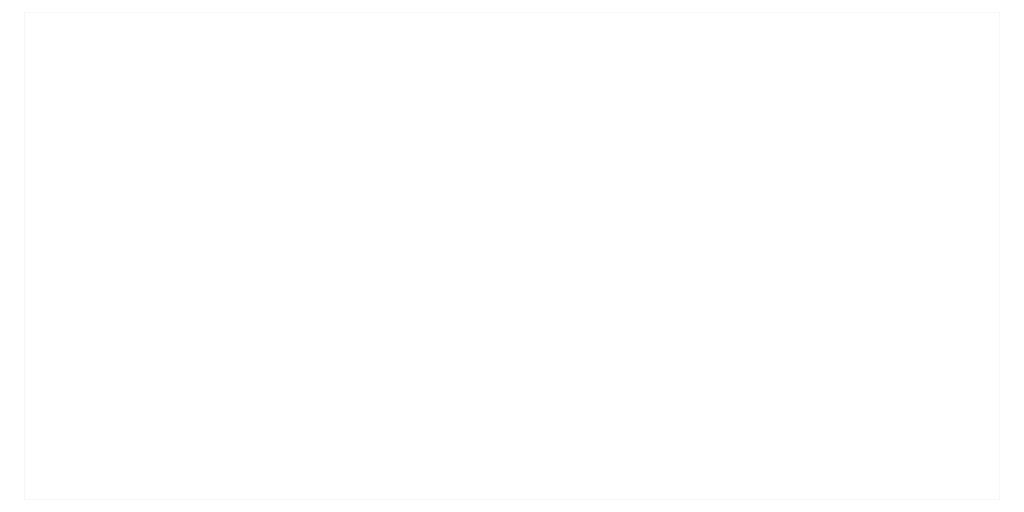
<source format=gbr>
%TF.GenerationSoftware,KiCad,Pcbnew,7.0.1-3b83917a11~172~ubuntu22.04.1*%
%TF.CreationDate,2023-07-04T10:09:40-04:00*%
%TF.ProjectId,coil_template_top,636f696c-5f74-4656-9d70-6c6174655f74,rev?*%
%TF.SameCoordinates,Original*%
%TF.FileFunction,Profile,NP*%
%FSLAX46Y46*%
G04 Gerber Fmt 4.6, Leading zero omitted, Abs format (unit mm)*
G04 Created by KiCad (PCBNEW 7.0.1-3b83917a11~172~ubuntu22.04.1) date 2023-07-04 10:09:40*
%MOMM*%
%LPD*%
G01*
G04 APERTURE LIST*
%TA.AperFunction,Profile*%
%ADD10C,0.100000*%
%TD*%
G04 APERTURE END LIST*
D10*
X0Y0D02*
X1500000000Y0D01*
X1500000000Y-750000000D01*
X0Y-750000000D01*
X0Y0D01*
M02*

</source>
